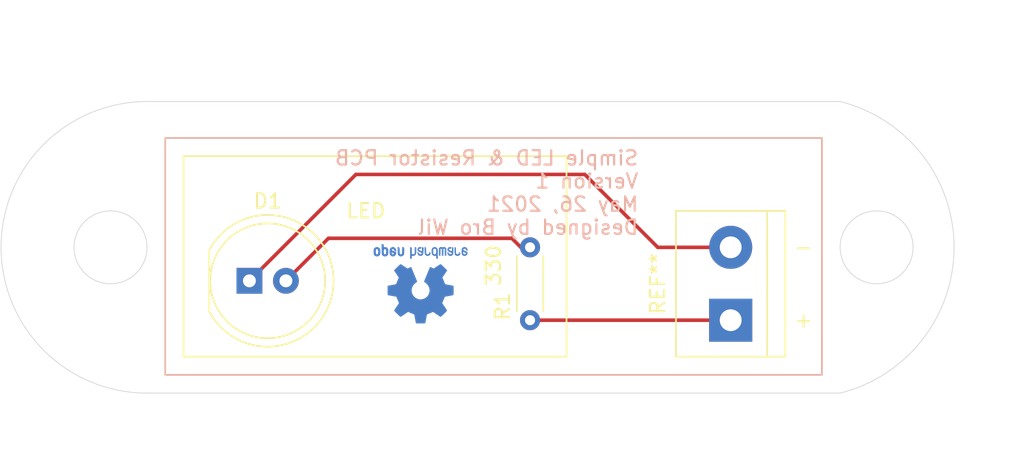
<source format=kicad_pcb>
(kicad_pcb (version 20171130) (host pcbnew "(5.1.10)-1")

  (general
    (thickness 1.6)
    (drawings 22)
    (tracks 9)
    (zones 0)
    (modules 4)
    (nets 4)
  )

  (page A4)
  (title_block
    (title "A very simple PCB")
    (date 2021-05-21)
    (rev v3)
    (company "Satmel Tech")
    (comment 1 "Design by Wil")
  )

  (layers
    (0 F.Cu signal)
    (31 B.Cu signal hide)
    (32 B.Adhes user)
    (33 F.Adhes user)
    (34 B.Paste user)
    (35 F.Paste user)
    (36 B.SilkS user)
    (37 F.SilkS user)
    (38 B.Mask user)
    (39 F.Mask user)
    (40 Dwgs.User user)
    (41 Cmts.User user)
    (42 Eco1.User user)
    (43 Eco2.User user)
    (44 Edge.Cuts user)
    (45 Margin user)
    (46 B.CrtYd user)
    (47 F.CrtYd user)
    (48 B.Fab user)
    (49 F.Fab user)
  )

  (setup
    (last_trace_width 0.35)
    (user_trace_width 0.35)
    (user_trace_width 0.4)
    (trace_clearance 0.2)
    (zone_clearance 0.508)
    (zone_45_only no)
    (trace_min 0.15)
    (via_size 0.8)
    (via_drill 0.4)
    (via_min_size 0.35)
    (via_min_drill 0.3)
    (user_via 0.35 0.3)
    (user_via 0.4 0.35)
    (uvia_size 0.3)
    (uvia_drill 0.1)
    (uvias_allowed no)
    (uvia_min_size 0.2)
    (uvia_min_drill 0.1)
    (edge_width 0.05)
    (segment_width 0.2)
    (pcb_text_width 0.3)
    (pcb_text_size 1.5 1.5)
    (mod_edge_width 0.12)
    (mod_text_size 1 1)
    (mod_text_width 0.15)
    (pad_size 2.5 2.5)
    (pad_drill 2.5)
    (pad_to_mask_clearance 0)
    (aux_axis_origin 0 0)
    (visible_elements 7FFEFFFF)
    (pcbplotparams
      (layerselection 0x010fc_ffffffff)
      (usegerberextensions false)
      (usegerberattributes true)
      (usegerberadvancedattributes true)
      (creategerberjobfile true)
      (excludeedgelayer true)
      (linewidth 0.100000)
      (plotframeref false)
      (viasonmask false)
      (mode 1)
      (useauxorigin false)
      (hpglpennumber 1)
      (hpglpenspeed 20)
      (hpglpendiameter 15.000000)
      (psnegative false)
      (psa4output false)
      (plotreference true)
      (plotvalue true)
      (plotinvisibletext false)
      (padsonsilk false)
      (subtractmaskfromsilk false)
      (outputformat 1)
      (mirror false)
      (drillshape 1)
      (scaleselection 1)
      (outputdirectory ""))
  )

  (net 0 "")
  (net 1 GND)
  (net 2 "Net-(D1-Pad2)")
  (net 3 +5V)

  (net_class Default "This is the default net class."
    (clearance 0.2)
    (trace_width 0.25)
    (via_dia 0.8)
    (via_drill 0.4)
    (uvia_dia 0.3)
    (uvia_drill 0.1)
    (add_net +5V)
    (add_net GND)
    (add_net "Net-(D1-Pad2)")
  )

  (net_class PWR ""
    (clearance 0.2)
    (trace_width 2)
    (via_dia 0.8)
    (via_drill 0.4)
    (uvia_dia 0.3)
    (uvia_drill 0.1)
  )

  (module Symbol:OSHW-Logo2_7.3x6mm_Copper (layer B.Cu) (tedit 0) (tstamp 60AD60A3)
    (at 128.27 104.14)
    (descr "Open Source Hardware Symbol")
    (tags "Logo Symbol OSHW")
    (attr virtual)
    (fp_text reference REF** (at 0 0) (layer B.SilkS) hide
      (effects (font (size 1 1) (thickness 0.15)) (justify mirror))
    )
    (fp_text value OSHW-Logo2_7.3x6mm_Copper (at 0.75 0) (layer B.Fab) hide
      (effects (font (size 1 1) (thickness 0.15)) (justify mirror))
    )
    (fp_poly (pts (xy -2.400256 -1.919918) (xy -2.344799 -1.947568) (xy -2.295852 -1.99848) (xy -2.282371 -2.017338)
      (xy -2.267686 -2.042015) (xy -2.258158 -2.068816) (xy -2.252707 -2.104587) (xy -2.250253 -2.156169)
      (xy -2.249714 -2.224267) (xy -2.252148 -2.317588) (xy -2.260606 -2.387657) (xy -2.276826 -2.439931)
      (xy -2.302546 -2.479869) (xy -2.339503 -2.512929) (xy -2.342218 -2.514886) (xy -2.37864 -2.534908)
      (xy -2.422498 -2.544815) (xy -2.478276 -2.547257) (xy -2.568952 -2.547257) (xy -2.56899 -2.635283)
      (xy -2.569834 -2.684308) (xy -2.574976 -2.713065) (xy -2.588413 -2.730311) (xy -2.614142 -2.744808)
      (xy -2.620321 -2.747769) (xy -2.649236 -2.761648) (xy -2.671624 -2.770414) (xy -2.688271 -2.771171)
      (xy -2.699964 -2.761023) (xy -2.70749 -2.737073) (xy -2.711634 -2.696426) (xy -2.713185 -2.636186)
      (xy -2.712929 -2.553455) (xy -2.711651 -2.445339) (xy -2.711252 -2.413) (xy -2.709815 -2.301524)
      (xy -2.708528 -2.228603) (xy -2.569029 -2.228603) (xy -2.568245 -2.290499) (xy -2.56476 -2.330997)
      (xy -2.556876 -2.357708) (xy -2.542895 -2.378244) (xy -2.533403 -2.38826) (xy -2.494596 -2.417567)
      (xy -2.460237 -2.419952) (xy -2.424784 -2.39575) (xy -2.423886 -2.394857) (xy -2.409461 -2.376153)
      (xy -2.400687 -2.350732) (xy -2.396261 -2.311584) (xy -2.394882 -2.251697) (xy -2.394857 -2.23843)
      (xy -2.398188 -2.155901) (xy -2.409031 -2.098691) (xy -2.42866 -2.063766) (xy -2.45835 -2.048094)
      (xy -2.475509 -2.046514) (xy -2.516234 -2.053926) (xy -2.544168 -2.07833) (xy -2.560983 -2.12298)
      (xy -2.56835 -2.19113) (xy -2.569029 -2.228603) (xy -2.708528 -2.228603) (xy -2.708292 -2.215245)
      (xy -2.706323 -2.150333) (xy -2.70355 -2.102958) (xy -2.699612 -2.06929) (xy -2.694151 -2.045498)
      (xy -2.686808 -2.027753) (xy -2.677223 -2.012224) (xy -2.673113 -2.006381) (xy -2.618595 -1.951185)
      (xy -2.549664 -1.91989) (xy -2.469928 -1.911165) (xy -2.400256 -1.919918)) (layer B.Cu) (width 0.01))
    (fp_poly (pts (xy -1.283907 -1.92778) (xy -1.237328 -1.954723) (xy -1.204943 -1.981466) (xy -1.181258 -2.009484)
      (xy -1.164941 -2.043748) (xy -1.154661 -2.089227) (xy -1.149086 -2.150892) (xy -1.146884 -2.233711)
      (xy -1.146629 -2.293246) (xy -1.146629 -2.512391) (xy -1.208314 -2.540044) (xy -1.27 -2.567697)
      (xy -1.277257 -2.32767) (xy -1.280256 -2.238028) (xy -1.283402 -2.172962) (xy -1.287299 -2.128026)
      (xy -1.292553 -2.09877) (xy -1.299769 -2.080748) (xy -1.30955 -2.069511) (xy -1.312688 -2.067079)
      (xy -1.360239 -2.048083) (xy -1.408303 -2.0556) (xy -1.436914 -2.075543) (xy -1.448553 -2.089675)
      (xy -1.456609 -2.10822) (xy -1.461729 -2.136334) (xy -1.464559 -2.179173) (xy -1.465744 -2.241895)
      (xy -1.465943 -2.307261) (xy -1.465982 -2.389268) (xy -1.467386 -2.447316) (xy -1.472086 -2.486465)
      (xy -1.482013 -2.51178) (xy -1.499097 -2.528323) (xy -1.525268 -2.541156) (xy -1.560225 -2.554491)
      (xy -1.598404 -2.569007) (xy -1.593859 -2.311389) (xy -1.592029 -2.218519) (xy -1.589888 -2.149889)
      (xy -1.586819 -2.100711) (xy -1.582206 -2.066198) (xy -1.575432 -2.041562) (xy -1.565881 -2.022016)
      (xy -1.554366 -2.00477) (xy -1.49881 -1.94968) (xy -1.43102 -1.917822) (xy -1.357287 -1.910191)
      (xy -1.283907 -1.92778)) (layer B.Cu) (width 0.01))
    (fp_poly (pts (xy -2.958885 -1.921962) (xy -2.890855 -1.957733) (xy -2.840649 -2.015301) (xy -2.822815 -2.052312)
      (xy -2.808937 -2.107882) (xy -2.801833 -2.178096) (xy -2.80116 -2.254727) (xy -2.806573 -2.329552)
      (xy -2.81773 -2.394342) (xy -2.834286 -2.440873) (xy -2.839374 -2.448887) (xy -2.899645 -2.508707)
      (xy -2.971231 -2.544535) (xy -3.048908 -2.55502) (xy -3.127452 -2.53881) (xy -3.149311 -2.529092)
      (xy -3.191878 -2.499143) (xy -3.229237 -2.459433) (xy -3.232768 -2.454397) (xy -3.247119 -2.430124)
      (xy -3.256606 -2.404178) (xy -3.26221 -2.370022) (xy -3.264914 -2.321119) (xy -3.265701 -2.250935)
      (xy -3.265714 -2.2352) (xy -3.265678 -2.230192) (xy -3.120571 -2.230192) (xy -3.119727 -2.29643)
      (xy -3.116404 -2.340386) (xy -3.109417 -2.368779) (xy -3.097584 -2.388325) (xy -3.091543 -2.394857)
      (xy -3.056814 -2.41968) (xy -3.023097 -2.418548) (xy -2.989005 -2.397016) (xy -2.968671 -2.374029)
      (xy -2.956629 -2.340478) (xy -2.949866 -2.287569) (xy -2.949402 -2.281399) (xy -2.948248 -2.185513)
      (xy -2.960312 -2.114299) (xy -2.98543 -2.068194) (xy -3.02344 -2.047635) (xy -3.037008 -2.046514)
      (xy -3.072636 -2.052152) (xy -3.097006 -2.071686) (xy -3.111907 -2.109042) (xy -3.119125 -2.16815)
      (xy -3.120571 -2.230192) (xy -3.265678 -2.230192) (xy -3.265174 -2.160413) (xy -3.262904 -2.108159)
      (xy -3.257932 -2.071949) (xy -3.249287 -2.045299) (xy -3.235995 -2.021722) (xy -3.233057 -2.017338)
      (xy -3.183687 -1.958249) (xy -3.129891 -1.923947) (xy -3.064398 -1.910331) (xy -3.042158 -1.909665)
      (xy -2.958885 -1.921962)) (layer B.Cu) (width 0.01))
    (fp_poly (pts (xy -1.831697 -1.931239) (xy -1.774473 -1.969735) (xy -1.730251 -2.025335) (xy -1.703833 -2.096086)
      (xy -1.69849 -2.148162) (xy -1.699097 -2.169893) (xy -1.704178 -2.186531) (xy -1.718145 -2.201437)
      (xy -1.745411 -2.217973) (xy -1.790388 -2.239498) (xy -1.857489 -2.269374) (xy -1.857829 -2.269524)
      (xy -1.919593 -2.297813) (xy -1.970241 -2.322933) (xy -2.004596 -2.342179) (xy -2.017482 -2.352848)
      (xy -2.017486 -2.352934) (xy -2.006128 -2.376166) (xy -1.979569 -2.401774) (xy -1.949077 -2.420221)
      (xy -1.93363 -2.423886) (xy -1.891485 -2.411212) (xy -1.855192 -2.379471) (xy -1.837483 -2.344572)
      (xy -1.820448 -2.318845) (xy -1.787078 -2.289546) (xy -1.747851 -2.264235) (xy -1.713244 -2.250471)
      (xy -1.706007 -2.249714) (xy -1.697861 -2.26216) (xy -1.69737 -2.293972) (xy -1.703357 -2.336866)
      (xy -1.714643 -2.382558) (xy -1.73005 -2.422761) (xy -1.730829 -2.424322) (xy -1.777196 -2.489062)
      (xy -1.837289 -2.533097) (xy -1.905535 -2.554711) (xy -1.976362 -2.552185) (xy -2.044196 -2.523804)
      (xy -2.047212 -2.521808) (xy -2.100573 -2.473448) (xy -2.13566 -2.410352) (xy -2.155078 -2.327387)
      (xy -2.157684 -2.304078) (xy -2.162299 -2.194055) (xy -2.156767 -2.142748) (xy -2.017486 -2.142748)
      (xy -2.015676 -2.174753) (xy -2.005778 -2.184093) (xy -1.981102 -2.177105) (xy -1.942205 -2.160587)
      (xy -1.898725 -2.139881) (xy -1.897644 -2.139333) (xy -1.860791 -2.119949) (xy -1.846 -2.107013)
      (xy -1.849647 -2.093451) (xy -1.865005 -2.075632) (xy -1.904077 -2.049845) (xy -1.946154 -2.04795)
      (xy -1.983897 -2.066717) (xy -2.009966 -2.102915) (xy -2.017486 -2.142748) (xy -2.156767 -2.142748)
      (xy -2.152806 -2.106027) (xy -2.12845 -2.036212) (xy -2.094544 -1.987302) (xy -2.033347 -1.937878)
      (xy -1.965937 -1.913359) (xy -1.89712 -1.911797) (xy -1.831697 -1.931239)) (layer B.Cu) (width 0.01))
    (fp_poly (pts (xy -0.624114 -1.851289) (xy -0.619861 -1.910613) (xy -0.614975 -1.945572) (xy -0.608205 -1.96082)
      (xy -0.598298 -1.961015) (xy -0.595086 -1.959195) (xy -0.552356 -1.946015) (xy -0.496773 -1.946785)
      (xy -0.440263 -1.960333) (xy -0.404918 -1.977861) (xy -0.368679 -2.005861) (xy -0.342187 -2.037549)
      (xy -0.324001 -2.077813) (xy -0.312678 -2.131543) (xy -0.306778 -2.203626) (xy -0.304857 -2.298951)
      (xy -0.304823 -2.317237) (xy -0.3048 -2.522646) (xy -0.350509 -2.53858) (xy -0.382973 -2.54942)
      (xy -0.400785 -2.554468) (xy -0.401309 -2.554514) (xy -0.403063 -2.540828) (xy -0.404556 -2.503076)
      (xy -0.405674 -2.446224) (xy -0.406303 -2.375234) (xy -0.4064 -2.332073) (xy -0.406602 -2.246973)
      (xy -0.407642 -2.185981) (xy -0.410169 -2.144177) (xy -0.414836 -2.116642) (xy -0.422293 -2.098456)
      (xy -0.433189 -2.084698) (xy -0.439993 -2.078073) (xy -0.486728 -2.051375) (xy -0.537728 -2.049375)
      (xy -0.583999 -2.071955) (xy -0.592556 -2.080107) (xy -0.605107 -2.095436) (xy -0.613812 -2.113618)
      (xy -0.619369 -2.139909) (xy -0.622474 -2.179562) (xy -0.623824 -2.237832) (xy -0.624114 -2.318173)
      (xy -0.624114 -2.522646) (xy -0.669823 -2.53858) (xy -0.702287 -2.54942) (xy -0.720099 -2.554468)
      (xy -0.720623 -2.554514) (xy -0.721963 -2.540623) (xy -0.723172 -2.501439) (xy -0.724199 -2.4407)
      (xy -0.724998 -2.362141) (xy -0.725519 -2.269498) (xy -0.725714 -2.166509) (xy -0.725714 -1.769342)
      (xy -0.678543 -1.749444) (xy -0.631371 -1.729547) (xy -0.624114 -1.851289)) (layer B.Cu) (width 0.01))
    (fp_poly (pts (xy 0.039744 -1.950968) (xy 0.096616 -1.972087) (xy 0.097267 -1.972493) (xy 0.13244 -1.99838)
      (xy 0.158407 -2.028633) (xy 0.17667 -2.068058) (xy 0.188732 -2.121462) (xy 0.196096 -2.193651)
      (xy 0.200264 -2.289432) (xy 0.200629 -2.303078) (xy 0.205876 -2.508842) (xy 0.161716 -2.531678)
      (xy 0.129763 -2.54711) (xy 0.11047 -2.554423) (xy 0.109578 -2.554514) (xy 0.106239 -2.541022)
      (xy 0.103587 -2.504626) (xy 0.101956 -2.451452) (xy 0.1016 -2.408393) (xy 0.101592 -2.338641)
      (xy 0.098403 -2.294837) (xy 0.087288 -2.273944) (xy 0.063501 -2.272925) (xy 0.022296 -2.288741)
      (xy -0.039914 -2.317815) (xy -0.085659 -2.341963) (xy -0.109187 -2.362913) (xy -0.116104 -2.385747)
      (xy -0.116114 -2.386877) (xy -0.104701 -2.426212) (xy -0.070908 -2.447462) (xy -0.019191 -2.450539)
      (xy 0.018061 -2.450006) (xy 0.037703 -2.460735) (xy 0.049952 -2.486505) (xy 0.057002 -2.519337)
      (xy 0.046842 -2.537966) (xy 0.043017 -2.540632) (xy 0.007001 -2.55134) (xy -0.043434 -2.552856)
      (xy -0.095374 -2.545759) (xy -0.132178 -2.532788) (xy -0.183062 -2.489585) (xy -0.211986 -2.429446)
      (xy -0.217714 -2.382462) (xy -0.213343 -2.340082) (xy -0.197525 -2.305488) (xy -0.166203 -2.274763)
      (xy -0.115322 -2.24399) (xy -0.040824 -2.209252) (xy -0.036286 -2.207288) (xy 0.030821 -2.176287)
      (xy 0.072232 -2.150862) (xy 0.089981 -2.128014) (xy 0.086107 -2.104745) (xy 0.062643 -2.078056)
      (xy 0.055627 -2.071914) (xy 0.00863 -2.0481) (xy -0.040067 -2.049103) (xy -0.082478 -2.072451)
      (xy -0.110616 -2.115675) (xy -0.113231 -2.12416) (xy -0.138692 -2.165308) (xy -0.170999 -2.185128)
      (xy -0.217714 -2.20477) (xy -0.217714 -2.15395) (xy -0.203504 -2.080082) (xy -0.161325 -2.012327)
      (xy -0.139376 -1.989661) (xy -0.089483 -1.960569) (xy -0.026033 -1.9474) (xy 0.039744 -1.950968)) (layer B.Cu) (width 0.01))
    (fp_poly (pts (xy 0.529926 -1.949755) (xy 0.595858 -1.974084) (xy 0.649273 -2.017117) (xy 0.670164 -2.047409)
      (xy 0.692939 -2.102994) (xy 0.692466 -2.143186) (xy 0.668562 -2.170217) (xy 0.659717 -2.174813)
      (xy 0.62153 -2.189144) (xy 0.602028 -2.185472) (xy 0.595422 -2.161407) (xy 0.595086 -2.148114)
      (xy 0.582992 -2.09921) (xy 0.551471 -2.064999) (xy 0.507659 -2.048476) (xy 0.458695 -2.052634)
      (xy 0.418894 -2.074227) (xy 0.40545 -2.086544) (xy 0.395921 -2.101487) (xy 0.389485 -2.124075)
      (xy 0.385317 -2.159328) (xy 0.382597 -2.212266) (xy 0.380502 -2.287907) (xy 0.37996 -2.311857)
      (xy 0.377981 -2.39379) (xy 0.375731 -2.451455) (xy 0.372357 -2.489608) (xy 0.367006 -2.513004)
      (xy 0.358824 -2.526398) (xy 0.346959 -2.534545) (xy 0.339362 -2.538144) (xy 0.307102 -2.550452)
      (xy 0.288111 -2.554514) (xy 0.281836 -2.540948) (xy 0.278006 -2.499934) (xy 0.2766 -2.430999)
      (xy 0.277598 -2.333669) (xy 0.277908 -2.318657) (xy 0.280101 -2.229859) (xy 0.282693 -2.165019)
      (xy 0.286382 -2.119067) (xy 0.291864 -2.086935) (xy 0.299835 -2.063553) (xy 0.310993 -2.043852)
      (xy 0.31683 -2.03541) (xy 0.350296 -1.998057) (xy 0.387727 -1.969003) (xy 0.392309 -1.966467)
      (xy 0.459426 -1.946443) (xy 0.529926 -1.949755)) (layer B.Cu) (width 0.01))
    (fp_poly (pts (xy 1.190117 -2.065358) (xy 1.189933 -2.173837) (xy 1.189219 -2.257287) (xy 1.187675 -2.319704)
      (xy 1.185001 -2.365085) (xy 1.180894 -2.397429) (xy 1.175055 -2.420733) (xy 1.167182 -2.438995)
      (xy 1.161221 -2.449418) (xy 1.111855 -2.505945) (xy 1.049264 -2.541377) (xy 0.980013 -2.55409)
      (xy 0.910668 -2.542463) (xy 0.869375 -2.521568) (xy 0.826025 -2.485422) (xy 0.796481 -2.441276)
      (xy 0.778655 -2.383462) (xy 0.770463 -2.306313) (xy 0.769302 -2.249714) (xy 0.769458 -2.245647)
      (xy 0.870857 -2.245647) (xy 0.871476 -2.31055) (xy 0.874314 -2.353514) (xy 0.88084 -2.381622)
      (xy 0.892523 -2.401953) (xy 0.906483 -2.417288) (xy 0.953365 -2.44689) (xy 1.003701 -2.449419)
      (xy 1.051276 -2.424705) (xy 1.054979 -2.421356) (xy 1.070783 -2.403935) (xy 1.080693 -2.383209)
      (xy 1.086058 -2.352362) (xy 1.088228 -2.304577) (xy 1.088571 -2.251748) (xy 1.087827 -2.185381)
      (xy 1.084748 -2.141106) (xy 1.078061 -2.112009) (xy 1.066496 -2.091173) (xy 1.057013 -2.080107)
      (xy 1.01296 -2.052198) (xy 0.962224 -2.048843) (xy 0.913796 -2.070159) (xy 0.90445 -2.078073)
      (xy 0.88854 -2.095647) (xy 0.87861 -2.116587) (xy 0.873278 -2.147782) (xy 0.871163 -2.196122)
      (xy 0.870857 -2.245647) (xy 0.769458 -2.245647) (xy 0.77281 -2.158568) (xy 0.784726 -2.090086)
      (xy 0.807135 -2.0386) (xy 0.842124 -1.998443) (xy 0.869375 -1.977861) (xy 0.918907 -1.955625)
      (xy 0.976316 -1.945304) (xy 1.029682 -1.948067) (xy 1.059543 -1.959212) (xy 1.071261 -1.962383)
      (xy 1.079037 -1.950557) (xy 1.084465 -1.918866) (xy 1.088571 -1.870593) (xy 1.093067 -1.816829)
      (xy 1.099313 -1.784482) (xy 1.110676 -1.765985) (xy 1.130528 -1.75377) (xy 1.143 -1.748362)
      (xy 1.190171 -1.728601) (xy 1.190117 -2.065358)) (layer B.Cu) (width 0.01))
    (fp_poly (pts (xy 1.779833 -1.958663) (xy 1.782048 -1.99685) (xy 1.783784 -2.054886) (xy 1.784899 -2.12818)
      (xy 1.785257 -2.205055) (xy 1.785257 -2.465196) (xy 1.739326 -2.511127) (xy 1.707675 -2.539429)
      (xy 1.67989 -2.550893) (xy 1.641915 -2.550168) (xy 1.62684 -2.548321) (xy 1.579726 -2.542948)
      (xy 1.540756 -2.539869) (xy 1.531257 -2.539585) (xy 1.499233 -2.541445) (xy 1.453432 -2.546114)
      (xy 1.435674 -2.548321) (xy 1.392057 -2.551735) (xy 1.362745 -2.54432) (xy 1.33368 -2.521427)
      (xy 1.323188 -2.511127) (xy 1.277257 -2.465196) (xy 1.277257 -1.978602) (xy 1.314226 -1.961758)
      (xy 1.346059 -1.949282) (xy 1.364683 -1.944914) (xy 1.369458 -1.958718) (xy 1.373921 -1.997286)
      (xy 1.377775 -2.056356) (xy 1.380722 -2.131663) (xy 1.382143 -2.195286) (xy 1.386114 -2.445657)
      (xy 1.420759 -2.450556) (xy 1.452268 -2.447131) (xy 1.467708 -2.436041) (xy 1.472023 -2.415308)
      (xy 1.475708 -2.371145) (xy 1.478469 -2.309146) (xy 1.480012 -2.234909) (xy 1.480235 -2.196706)
      (xy 1.480457 -1.976783) (xy 1.526166 -1.960849) (xy 1.558518 -1.950015) (xy 1.576115 -1.944962)
      (xy 1.576623 -1.944914) (xy 1.578388 -1.958648) (xy 1.580329 -1.99673) (xy 1.582282 -2.054482)
      (xy 1.584084 -2.127227) (xy 1.585343 -2.195286) (xy 1.589314 -2.445657) (xy 1.6764 -2.445657)
      (xy 1.680396 -2.21724) (xy 1.684392 -1.988822) (xy 1.726847 -1.966868) (xy 1.758192 -1.951793)
      (xy 1.776744 -1.944951) (xy 1.777279 -1.944914) (xy 1.779833 -1.958663)) (layer B.Cu) (width 0.01))
    (fp_poly (pts (xy 2.144876 -1.956335) (xy 2.186667 -1.975344) (xy 2.219469 -1.998378) (xy 2.243503 -2.024133)
      (xy 2.260097 -2.057358) (xy 2.270577 -2.1028) (xy 2.276271 -2.165207) (xy 2.278507 -2.249327)
      (xy 2.278743 -2.304721) (xy 2.278743 -2.520826) (xy 2.241774 -2.53767) (xy 2.212656 -2.549981)
      (xy 2.198231 -2.554514) (xy 2.195472 -2.541025) (xy 2.193282 -2.504653) (xy 2.191942 -2.451542)
      (xy 2.191657 -2.409372) (xy 2.190434 -2.348447) (xy 2.187136 -2.300115) (xy 2.182321 -2.270518)
      (xy 2.178496 -2.264229) (xy 2.152783 -2.270652) (xy 2.112418 -2.287125) (xy 2.065679 -2.309458)
      (xy 2.020845 -2.333457) (xy 1.986193 -2.35493) (xy 1.970002 -2.369685) (xy 1.969938 -2.369845)
      (xy 1.97133 -2.397152) (xy 1.983818 -2.423219) (xy 2.005743 -2.444392) (xy 2.037743 -2.451474)
      (xy 2.065092 -2.450649) (xy 2.103826 -2.450042) (xy 2.124158 -2.459116) (xy 2.136369 -2.483092)
      (xy 2.137909 -2.487613) (xy 2.143203 -2.521806) (xy 2.129047 -2.542568) (xy 2.092148 -2.552462)
      (xy 2.052289 -2.554292) (xy 1.980562 -2.540727) (xy 1.943432 -2.521355) (xy 1.897576 -2.475845)
      (xy 1.873256 -2.419983) (xy 1.871073 -2.360957) (xy 1.891629 -2.305953) (xy 1.922549 -2.271486)
      (xy 1.95342 -2.252189) (xy 2.001942 -2.227759) (xy 2.058485 -2.202985) (xy 2.06791 -2.199199)
      (xy 2.130019 -2.171791) (xy 2.165822 -2.147634) (xy 2.177337 -2.123619) (xy 2.16658 -2.096635)
      (xy 2.148114 -2.075543) (xy 2.104469 -2.049572) (xy 2.056446 -2.047624) (xy 2.012406 -2.067637)
      (xy 1.980709 -2.107551) (xy 1.976549 -2.117848) (xy 1.952327 -2.155724) (xy 1.916965 -2.183842)
      (xy 1.872343 -2.206917) (xy 1.872343 -2.141485) (xy 1.874969 -2.101506) (xy 1.88623 -2.069997)
      (xy 1.911199 -2.036378) (xy 1.935169 -2.010484) (xy 1.972441 -1.973817) (xy 2.001401 -1.954121)
      (xy 2.032505 -1.94622) (xy 2.067713 -1.944914) (xy 2.144876 -1.956335)) (layer B.Cu) (width 0.01))
    (fp_poly (pts (xy 2.6526 -1.958752) (xy 2.669948 -1.966334) (xy 2.711356 -1.999128) (xy 2.746765 -2.046547)
      (xy 2.768664 -2.097151) (xy 2.772229 -2.122098) (xy 2.760279 -2.156927) (xy 2.734067 -2.175357)
      (xy 2.705964 -2.186516) (xy 2.693095 -2.188572) (xy 2.686829 -2.173649) (xy 2.674456 -2.141175)
      (xy 2.669028 -2.126502) (xy 2.63859 -2.075744) (xy 2.59452 -2.050427) (xy 2.53801 -2.051206)
      (xy 2.533825 -2.052203) (xy 2.503655 -2.066507) (xy 2.481476 -2.094393) (xy 2.466327 -2.139287)
      (xy 2.45725 -2.204615) (xy 2.453286 -2.293804) (xy 2.452914 -2.341261) (xy 2.45273 -2.416071)
      (xy 2.451522 -2.467069) (xy 2.448309 -2.499471) (xy 2.442109 -2.518495) (xy 2.43194 -2.529356)
      (xy 2.416819 -2.537272) (xy 2.415946 -2.53767) (xy 2.386828 -2.549981) (xy 2.372403 -2.554514)
      (xy 2.370186 -2.540809) (xy 2.368289 -2.502925) (xy 2.366847 -2.445715) (xy 2.365998 -2.374027)
      (xy 2.365829 -2.321565) (xy 2.366692 -2.220047) (xy 2.37007 -2.143032) (xy 2.377142 -2.086023)
      (xy 2.389088 -2.044526) (xy 2.40709 -2.014043) (xy 2.432327 -1.99008) (xy 2.457247 -1.973355)
      (xy 2.517171 -1.951097) (xy 2.586911 -1.946076) (xy 2.6526 -1.958752)) (layer B.Cu) (width 0.01))
    (fp_poly (pts (xy 3.153595 -1.966966) (xy 3.211021 -2.004497) (xy 3.238719 -2.038096) (xy 3.260662 -2.099064)
      (xy 3.262405 -2.147308) (xy 3.258457 -2.211816) (xy 3.109686 -2.276934) (xy 3.037349 -2.310202)
      (xy 2.990084 -2.336964) (xy 2.965507 -2.360144) (xy 2.961237 -2.382667) (xy 2.974889 -2.407455)
      (xy 2.989943 -2.423886) (xy 3.033746 -2.450235) (xy 3.081389 -2.452081) (xy 3.125145 -2.431546)
      (xy 3.157289 -2.390752) (xy 3.163038 -2.376347) (xy 3.190576 -2.331356) (xy 3.222258 -2.312182)
      (xy 3.265714 -2.295779) (xy 3.265714 -2.357966) (xy 3.261872 -2.400283) (xy 3.246823 -2.435969)
      (xy 3.21528 -2.476943) (xy 3.210592 -2.482267) (xy 3.175506 -2.51872) (xy 3.145347 -2.538283)
      (xy 3.107615 -2.547283) (xy 3.076335 -2.55023) (xy 3.020385 -2.550965) (xy 2.980555 -2.54166)
      (xy 2.955708 -2.527846) (xy 2.916656 -2.497467) (xy 2.889625 -2.464613) (xy 2.872517 -2.423294)
      (xy 2.863238 -2.367521) (xy 2.859693 -2.291305) (xy 2.85941 -2.252622) (xy 2.860372 -2.206247)
      (xy 2.948007 -2.206247) (xy 2.949023 -2.231126) (xy 2.951556 -2.2352) (xy 2.968274 -2.229665)
      (xy 3.004249 -2.215017) (xy 3.052331 -2.19419) (xy 3.062386 -2.189714) (xy 3.123152 -2.158814)
      (xy 3.156632 -2.131657) (xy 3.16399 -2.10622) (xy 3.146391 -2.080481) (xy 3.131856 -2.069109)
      (xy 3.07941 -2.046364) (xy 3.030322 -2.050122) (xy 2.989227 -2.077884) (xy 2.960758 -2.127152)
      (xy 2.951631 -2.166257) (xy 2.948007 -2.206247) (xy 2.860372 -2.206247) (xy 2.861285 -2.162249)
      (xy 2.868196 -2.095384) (xy 2.881884 -2.046695) (xy 2.904096 -2.010849) (xy 2.936574 -1.982513)
      (xy 2.950733 -1.973355) (xy 3.015053 -1.949507) (xy 3.085473 -1.948006) (xy 3.153595 -1.966966)) (layer B.Cu) (width 0.01))
    (fp_poly (pts (xy 0.10391 2.757652) (xy 0.182454 2.757222) (xy 0.239298 2.756058) (xy 0.278105 2.753793)
      (xy 0.302538 2.75006) (xy 0.316262 2.744494) (xy 0.32294 2.736727) (xy 0.326236 2.726395)
      (xy 0.326556 2.725057) (xy 0.331562 2.700921) (xy 0.340829 2.653299) (xy 0.353392 2.587259)
      (xy 0.368287 2.507872) (xy 0.384551 2.420204) (xy 0.385119 2.417125) (xy 0.40141 2.331211)
      (xy 0.416652 2.255304) (xy 0.429861 2.193955) (xy 0.440054 2.151718) (xy 0.446248 2.133145)
      (xy 0.446543 2.132816) (xy 0.464788 2.123747) (xy 0.502405 2.108633) (xy 0.551271 2.090738)
      (xy 0.551543 2.090642) (xy 0.613093 2.067507) (xy 0.685657 2.038035) (xy 0.754057 2.008403)
      (xy 0.757294 2.006938) (xy 0.868702 1.956374) (xy 1.115399 2.12484) (xy 1.191077 2.176197)
      (xy 1.259631 2.222111) (xy 1.317088 2.25997) (xy 1.359476 2.287163) (xy 1.382825 2.301079)
      (xy 1.385042 2.302111) (xy 1.40201 2.297516) (xy 1.433701 2.275345) (xy 1.481352 2.234553)
      (xy 1.546198 2.174095) (xy 1.612397 2.109773) (xy 1.676214 2.046388) (xy 1.733329 1.988549)
      (xy 1.780305 1.939825) (xy 1.813703 1.90379) (xy 1.830085 1.884016) (xy 1.830694 1.882998)
      (xy 1.832505 1.869428) (xy 1.825683 1.847267) (xy 1.80854 1.813522) (xy 1.779393 1.7652)
      (xy 1.736555 1.699308) (xy 1.679448 1.614483) (xy 1.628766 1.539823) (xy 1.583461 1.47286)
      (xy 1.54615 1.417484) (xy 1.519452 1.37758) (xy 1.505985 1.357038) (xy 1.505137 1.355644)
      (xy 1.506781 1.335962) (xy 1.519245 1.297707) (xy 1.540048 1.248111) (xy 1.547462 1.232272)
      (xy 1.579814 1.16171) (xy 1.614328 1.081647) (xy 1.642365 1.012371) (xy 1.662568 0.960955)
      (xy 1.678615 0.921881) (xy 1.687888 0.901459) (xy 1.689041 0.899886) (xy 1.706096 0.897279)
      (xy 1.746298 0.890137) (xy 1.804302 0.879477) (xy 1.874763 0.866315) (xy 1.952335 0.851667)
      (xy 2.031672 0.836551) (xy 2.107431 0.821982) (xy 2.174264 0.808978) (xy 2.226828 0.798555)
      (xy 2.259776 0.79173) (xy 2.267857 0.789801) (xy 2.276205 0.785038) (xy 2.282506 0.774282)
      (xy 2.287045 0.753902) (xy 2.290104 0.720266) (xy 2.291967 0.669745) (xy 2.292918 0.598708)
      (xy 2.29324 0.503524) (xy 2.293257 0.464508) (xy 2.293257 0.147201) (xy 2.217057 0.132161)
      (xy 2.174663 0.124005) (xy 2.1114 0.112101) (xy 2.034962 0.097884) (xy 1.953043 0.08279)
      (xy 1.9304 0.078645) (xy 1.854806 0.063947) (xy 1.788953 0.049495) (xy 1.738366 0.036625)
      (xy 1.708574 0.026678) (xy 1.703612 0.023713) (xy 1.691426 0.002717) (xy 1.673953 -0.037967)
      (xy 1.654577 -0.090322) (xy 1.650734 -0.1016) (xy 1.625339 -0.171523) (xy 1.593817 -0.250418)
      (xy 1.562969 -0.321266) (xy 1.562817 -0.321595) (xy 1.511447 -0.432733) (xy 1.680399 -0.681253)
      (xy 1.849352 -0.929772) (xy 1.632429 -1.147058) (xy 1.566819 -1.211726) (xy 1.506979 -1.268733)
      (xy 1.456267 -1.315033) (xy 1.418046 -1.347584) (xy 1.395675 -1.363343) (xy 1.392466 -1.364343)
      (xy 1.373626 -1.356469) (xy 1.33518 -1.334578) (xy 1.28133 -1.301267) (xy 1.216276 -1.259131)
      (xy 1.14594 -1.211943) (xy 1.074555 -1.16381) (xy 1.010908 -1.121928) (xy 0.959041 -1.088871)
      (xy 0.922995 -1.067218) (xy 0.906867 -1.059543) (xy 0.887189 -1.066037) (xy 0.849875 -1.08315)
      (xy 0.802621 -1.107326) (xy 0.797612 -1.110013) (xy 0.733977 -1.141927) (xy 0.690341 -1.157579)
      (xy 0.663202 -1.157745) (xy 0.649057 -1.143204) (xy 0.648975 -1.143) (xy 0.641905 -1.125779)
      (xy 0.625042 -1.084899) (xy 0.599695 -1.023525) (xy 0.567171 -0.944819) (xy 0.528778 -0.851947)
      (xy 0.485822 -0.748072) (xy 0.444222 -0.647502) (xy 0.398504 -0.536516) (xy 0.356526 -0.433703)
      (xy 0.319548 -0.342215) (xy 0.288827 -0.265201) (xy 0.265622 -0.205815) (xy 0.25119 -0.167209)
      (xy 0.246743 -0.1528) (xy 0.257896 -0.136272) (xy 0.287069 -0.10993) (xy 0.325971 -0.080887)
      (xy 0.436757 0.010961) (xy 0.523351 0.116241) (xy 0.584716 0.232734) (xy 0.619815 0.358224)
      (xy 0.627608 0.490493) (xy 0.621943 0.551543) (xy 0.591078 0.678205) (xy 0.53792 0.790059)
      (xy 0.465767 0.885999) (xy 0.377917 0.964924) (xy 0.277665 1.02573) (xy 0.16831 1.067313)
      (xy 0.053147 1.088572) (xy -0.064525 1.088401) (xy -0.18141 1.065699) (xy -0.294211 1.019362)
      (xy -0.399631 0.948287) (xy -0.443632 0.908089) (xy -0.528021 0.804871) (xy -0.586778 0.692075)
      (xy -0.620296 0.57299) (xy -0.628965 0.450905) (xy -0.613177 0.329107) (xy -0.573322 0.210884)
      (xy -0.509793 0.099525) (xy -0.422979 -0.001684) (xy -0.325971 -0.080887) (xy -0.285563 -0.111162)
      (xy -0.257018 -0.137219) (xy -0.246743 -0.152825) (xy -0.252123 -0.169843) (xy -0.267425 -0.2105)
      (xy -0.291388 -0.271642) (xy -0.322756 -0.350119) (xy -0.360268 -0.44278) (xy -0.402667 -0.546472)
      (xy -0.444337 -0.647526) (xy -0.49031 -0.758607) (xy -0.532893 -0.861541) (xy -0.570779 -0.953165)
      (xy -0.60266 -1.030316) (xy -0.627229 -1.089831) (xy -0.64318 -1.128544) (xy -0.64909 -1.143)
      (xy -0.663052 -1.157685) (xy -0.69006 -1.157642) (xy -0.733587 -1.142099) (xy -0.79711 -1.110284)
      (xy -0.797612 -1.110013) (xy -0.84544 -1.085323) (xy -0.884103 -1.067338) (xy -0.905905 -1.059614)
      (xy -0.906867 -1.059543) (xy -0.923279 -1.067378) (xy -0.959513 -1.089165) (xy -1.011526 -1.122328)
      (xy -1.075275 -1.164291) (xy -1.14594 -1.211943) (xy -1.217884 -1.260191) (xy -1.282726 -1.302151)
      (xy -1.336265 -1.335227) (xy -1.374303 -1.356821) (xy -1.392467 -1.364343) (xy -1.409192 -1.354457)
      (xy -1.44282 -1.326826) (xy -1.48999 -1.284495) (xy -1.547342 -1.230505) (xy -1.611516 -1.167899)
      (xy -1.632503 -1.146983) (xy -1.849501 -0.929623) (xy -1.684332 -0.68722) (xy -1.634136 -0.612781)
      (xy -1.590081 -0.545972) (xy -1.554638 -0.490665) (xy -1.530281 -0.450729) (xy -1.519478 -0.430036)
      (xy -1.519162 -0.428563) (xy -1.524857 -0.409058) (xy -1.540174 -0.369822) (xy -1.562463 -0.31743)
      (xy -1.578107 -0.282355) (xy -1.607359 -0.215201) (xy -1.634906 -0.147358) (xy -1.656263 -0.090034)
      (xy -1.662065 -0.072572) (xy -1.678548 -0.025938) (xy -1.69466 0.010095) (xy -1.70351 0.023713)
      (xy -1.72304 0.032048) (xy -1.765666 0.043863) (xy -1.825855 0.057819) (xy -1.898078 0.072578)
      (xy -1.9304 0.078645) (xy -2.012478 0.093727) (xy -2.091205 0.108331) (xy -2.158891 0.12102)
      (xy -2.20784 0.130358) (xy -2.217057 0.132161) (xy -2.293257 0.147201) (xy -2.293257 0.464508)
      (xy -2.293086 0.568846) (xy -2.292384 0.647787) (xy -2.290866 0.704962) (xy -2.288251 0.744001)
      (xy -2.284254 0.768535) (xy -2.278591 0.782195) (xy -2.27098 0.788611) (xy -2.267857 0.789801)
      (xy -2.249022 0.79402) (xy -2.207412 0.802438) (xy -2.14837 0.814039) (xy -2.077243 0.827805)
      (xy -1.999375 0.84272) (xy -1.920113 0.857768) (xy -1.844802 0.871931) (xy -1.778787 0.884194)
      (xy -1.727413 0.893539) (xy -1.696025 0.89895) (xy -1.689041 0.899886) (xy -1.682715 0.912404)
      (xy -1.66871 0.945754) (xy -1.649645 0.993623) (xy -1.642366 1.012371) (xy -1.613004 1.084805)
      (xy -1.578429 1.16483) (xy -1.547463 1.232272) (xy -1.524677 1.283841) (xy -1.509518 1.326215)
      (xy -1.504458 1.352166) (xy -1.505264 1.355644) (xy -1.515959 1.372064) (xy -1.54038 1.408583)
      (xy -1.575905 1.461313) (xy -1.619913 1.526365) (xy -1.669783 1.599849) (xy -1.679644 1.614355)
      (xy -1.737508 1.700296) (xy -1.780044 1.765739) (xy -1.808946 1.813696) (xy -1.82591 1.84718)
      (xy -1.832633 1.869205) (xy -1.83081 1.882783) (xy -1.830764 1.882869) (xy -1.816414 1.900703)
      (xy -1.784677 1.935183) (xy -1.73899 1.982732) (xy -1.682796 2.039778) (xy -1.619532 2.102745)
      (xy -1.612398 2.109773) (xy -1.53267 2.18698) (xy -1.471143 2.24367) (xy -1.426579 2.28089)
      (xy -1.397743 2.299685) (xy -1.385042 2.302111) (xy -1.366506 2.291529) (xy -1.328039 2.267084)
      (xy -1.273614 2.231388) (xy -1.207202 2.187053) (xy -1.132775 2.136689) (xy -1.115399 2.12484)
      (xy -0.868703 1.956374) (xy -0.757294 2.006938) (xy -0.689543 2.036405) (xy -0.616817 2.066041)
      (xy -0.554297 2.08967) (xy -0.551543 2.090642) (xy -0.50264 2.108543) (xy -0.464943 2.12368)
      (xy -0.446575 2.13279) (xy -0.446544 2.132816) (xy -0.440715 2.149283) (xy -0.430808 2.189781)
      (xy -0.417805 2.249758) (xy -0.402691 2.32466) (xy -0.386448 2.409936) (xy -0.385119 2.417125)
      (xy -0.368825 2.504986) (xy -0.353867 2.58474) (xy -0.341209 2.651319) (xy -0.331814 2.699653)
      (xy -0.326646 2.724675) (xy -0.326556 2.725057) (xy -0.323411 2.735701) (xy -0.317296 2.743738)
      (xy -0.304547 2.749533) (xy -0.2815 2.753453) (xy -0.244491 2.755865) (xy -0.189856 2.757135)
      (xy -0.113933 2.757629) (xy -0.013056 2.757714) (xy 0 2.757714) (xy 0.10391 2.757652)) (layer B.Cu) (width 0.01))
  )

  (module TerminalBlock:TerminalBlock_bornier-2_P5.08mm (layer F.Cu) (tedit 59FF03AB) (tstamp 60AD6123)
    (at 149.86 106.68 90)
    (descr "simple 2-pin terminal block, pitch 5.08mm, revamped version of bornier2")
    (tags "terminal block bornier2")
    (fp_text reference REF** (at 2.54 -5.08 90) (layer F.SilkS)
      (effects (font (size 1 1) (thickness 0.15)))
    )
    (fp_text value TerminalBlock_bornier-2_P5.08mm (at 2.54 5.08 90) (layer F.Fab)
      (effects (font (size 1 1) (thickness 0.15)))
    )
    (fp_line (start -2.41 2.55) (end 7.49 2.55) (layer F.Fab) (width 0.1))
    (fp_line (start -2.46 -3.75) (end -2.46 3.75) (layer F.Fab) (width 0.1))
    (fp_line (start -2.46 3.75) (end 7.54 3.75) (layer F.Fab) (width 0.1))
    (fp_line (start 7.54 3.75) (end 7.54 -3.75) (layer F.Fab) (width 0.1))
    (fp_line (start 7.54 -3.75) (end -2.46 -3.75) (layer F.Fab) (width 0.1))
    (fp_line (start 7.62 2.54) (end -2.54 2.54) (layer F.SilkS) (width 0.12))
    (fp_line (start 7.62 3.81) (end 7.62 -3.81) (layer F.SilkS) (width 0.12))
    (fp_line (start 7.62 -3.81) (end -2.54 -3.81) (layer F.SilkS) (width 0.12))
    (fp_line (start -2.54 -3.81) (end -2.54 3.81) (layer F.SilkS) (width 0.12))
    (fp_line (start -2.54 3.81) (end 7.62 3.81) (layer F.SilkS) (width 0.12))
    (fp_line (start -2.71 -4) (end 7.79 -4) (layer F.CrtYd) (width 0.05))
    (fp_line (start -2.71 -4) (end -2.71 4) (layer F.CrtYd) (width 0.05))
    (fp_line (start 7.79 4) (end 7.79 -4) (layer F.CrtYd) (width 0.05))
    (fp_line (start 7.79 4) (end -2.71 4) (layer F.CrtYd) (width 0.05))
    (fp_text user %R (at 2.54 0 90) (layer F.Fab)
      (effects (font (size 1 1) (thickness 0.15)))
    )
    (pad 2 thru_hole circle (at 5.08 0 90) (size 3 3) (drill 1.52) (layers *.Cu *.Mask))
    (pad 1 thru_hole rect (at 0 0 90) (size 3 3) (drill 1.52) (layers *.Cu *.Mask))
    (model ${KISYS3DMOD}/TerminalBlock.3dshapes/TerminalBlock_bornier-2_P5.08mm.wrl
      (offset (xyz 2.539999961853027 0 0))
      (scale (xyz 1 1 1))
      (rotate (xyz 0 0 0))
    )
  )

  (module Resistor_THT:R_Axial_DIN0204_L3.6mm_D1.6mm_P5.08mm_Horizontal (layer F.Cu) (tedit 5AE5139B) (tstamp 60A7524B)
    (at 135.89 106.68 90)
    (descr "Resistor, Axial_DIN0204 series, Axial, Horizontal, pin pitch=5.08mm, 0.167W, length*diameter=3.6*1.6mm^2, http://cdn-reichelt.de/documents/datenblatt/B400/1_4W%23YAG.pdf")
    (tags "Resistor Axial_DIN0204 series Axial Horizontal pin pitch 5.08mm 0.167W length 3.6mm diameter 1.6mm")
    (path /609B82DF)
    (fp_text reference R1 (at 0.95 -1.92 90) (layer F.SilkS)
      (effects (font (size 1 1) (thickness 0.15)))
    )
    (fp_text value R (at 0.95 1.92 90) (layer F.Fab)
      (effects (font (size 1 1) (thickness 0.15)))
    )
    (fp_line (start 0.74 -0.8) (end 0.74 0.8) (layer F.Fab) (width 0.1))
    (fp_line (start 0.74 0.8) (end 4.34 0.8) (layer F.Fab) (width 0.1))
    (fp_line (start 4.34 0.8) (end 4.34 -0.8) (layer F.Fab) (width 0.1))
    (fp_line (start 4.34 -0.8) (end 0.74 -0.8) (layer F.Fab) (width 0.1))
    (fp_line (start 0 0) (end 0.74 0) (layer F.Fab) (width 0.1))
    (fp_line (start 5.08 0) (end 4.34 0) (layer F.Fab) (width 0.1))
    (fp_line (start 0.62 -0.92) (end 4.46 -0.92) (layer F.SilkS) (width 0.12))
    (fp_line (start 0.62 0.92) (end 4.46 0.92) (layer F.SilkS) (width 0.12))
    (fp_line (start -0.95 -1.05) (end -0.95 1.05) (layer F.CrtYd) (width 0.05))
    (fp_line (start -0.95 1.05) (end 6.03 1.05) (layer F.CrtYd) (width 0.05))
    (fp_line (start 6.03 1.05) (end 6.03 -1.05) (layer F.CrtYd) (width 0.05))
    (fp_line (start 6.03 -1.05) (end -0.95 -1.05) (layer F.CrtYd) (width 0.05))
    (fp_text user %R (at 0.95 -1.92 90) (layer F.Fab)
      (effects (font (size 1 1) (thickness 0.15)))
    )
    (pad 2 thru_hole oval (at 5.08 0 90) (size 1.4 1.4) (drill 0.7) (layers *.Cu *.Mask)
      (net 2 "Net-(D1-Pad2)"))
    (pad 1 thru_hole circle (at 0 0 90) (size 1.4 1.4) (drill 0.7) (layers *.Cu *.Mask)
      (net 3 +5V))
    (model ${KISYS3DMOD}/Resistor_THT.3dshapes/R_Axial_DIN0204_L3.6mm_D1.6mm_P5.08mm_Horizontal.wrl
      (at (xyz 0 0 0))
      (scale (xyz 1 1 1))
      (rotate (xyz 0 0 0))
    )
  )

  (module LED_THT:LED_D8.0mm (layer F.Cu) (tedit 587A3A7B) (tstamp 60A7523D)
    (at 116.351001 103.935001)
    (descr "LED, diameter 8.0mm, 2 pins, http://cdn-reichelt.de/documents/datenblatt/A500/LED8MMGE_LED8MMGN_LED8MMRT%23KIN.pdf")
    (tags "LED diameter 8.0mm 2 pins")
    (path /60A5ECA1)
    (fp_text reference D1 (at 1.27 -5.56) (layer F.SilkS)
      (effects (font (size 1 1) (thickness 0.15)))
    )
    (fp_text value LED (at 1.27 5.56) (layer F.Fab)
      (effects (font (size 1 1) (thickness 0.15)))
    )
    (fp_circle (center 1.27 0) (end 5.27 0) (layer F.Fab) (width 0.1))
    (fp_circle (center 1.27 0) (end 5.27 0) (layer F.SilkS) (width 0.12))
    (fp_line (start -2.73 -2.061553) (end -2.73 2.061553) (layer F.Fab) (width 0.1))
    (fp_line (start -2.79 -2.142) (end -2.79 2.142) (layer F.SilkS) (width 0.12))
    (fp_line (start -3.55 -4.85) (end -3.55 4.85) (layer F.CrtYd) (width 0.05))
    (fp_line (start -3.55 4.85) (end 6.1 4.85) (layer F.CrtYd) (width 0.05))
    (fp_line (start 6.1 4.85) (end 6.1 -4.85) (layer F.CrtYd) (width 0.05))
    (fp_line (start 6.1 -4.85) (end -3.55 -4.85) (layer F.CrtYd) (width 0.05))
    (fp_arc (start 1.27 0) (end -2.73 -2.061553) (angle 305.5) (layer F.Fab) (width 0.1))
    (fp_arc (start 1.27 0) (end -2.79 -2.141145) (angle 152.2) (layer F.SilkS) (width 0.12))
    (fp_arc (start 1.27 0) (end -2.79 2.141145) (angle -152.2) (layer F.SilkS) (width 0.12))
    (pad 1 thru_hole rect (at 0 0) (size 1.8 1.8) (drill 0.9) (layers *.Cu *.Mask)
      (net 1 GND))
    (pad 2 thru_hole circle (at 2.54 0) (size 1.8 1.8) (drill 0.9) (layers *.Cu *.Mask)
      (net 2 "Net-(D1-Pad2)"))
    (model ${KISYS3DMOD}/LED_THT.3dshapes/LED_D8.0mm.wrl
      (at (xyz 0 0 0))
      (scale (xyz 1 1 1))
      (rotate (xyz 0 0 0))
    )
  )

  (dimension 67.31 (width 0.15) (layer Dwgs.User)
    (gr_text "67.310 mm" (at 132.715 85.06) (layer Dwgs.User)
      (effects (font (size 1 1) (thickness 0.15)))
    )
    (feature1 (pts (xy 166.37 101.6) (xy 166.37 85.773579)))
    (feature2 (pts (xy 99.06 101.6) (xy 99.06 85.773579)))
    (crossbar (pts (xy 99.06 86.36) (xy 166.37 86.36)))
    (arrow1a (pts (xy 166.37 86.36) (xy 165.243496 86.946421)))
    (arrow1b (pts (xy 166.37 86.36) (xy 165.243496 85.773579)))
    (arrow2a (pts (xy 99.06 86.36) (xy 100.186504 86.946421)))
    (arrow2b (pts (xy 99.06 86.36) (xy 100.186504 85.773579)))
  )
  (dimension 20.32 (width 0.15) (layer Dwgs.User)
    (gr_text "20.320 mm" (at 168.94 101.6 270) (layer Dwgs.User)
      (effects (font (size 1 1) (thickness 0.15)))
    )
    (feature1 (pts (xy 153.67 111.76) (xy 168.226421 111.76)))
    (feature2 (pts (xy 153.67 91.44) (xy 168.226421 91.44)))
    (crossbar (pts (xy 167.64 91.44) (xy 167.64 111.76)))
    (arrow1a (pts (xy 167.64 111.76) (xy 167.053579 110.633496)))
    (arrow1b (pts (xy 167.64 111.76) (xy 168.226421 110.633496)))
    (arrow2a (pts (xy 167.64 91.44) (xy 167.053579 92.566504)))
    (arrow2b (pts (xy 167.64 91.44) (xy 168.226421 92.566504)))
  )
  (dimension 53.34 (width 0.15) (layer Dwgs.User)
    (gr_text "53.340 mm" (at 133.35 87.6) (layer Dwgs.User)
      (effects (font (size 1 1) (thickness 0.15)))
    )
    (feature1 (pts (xy 160.02 101.6) (xy 160.02 88.313579)))
    (feature2 (pts (xy 106.68 101.6) (xy 106.68 88.313579)))
    (crossbar (pts (xy 106.68 88.9) (xy 160.02 88.9)))
    (arrow1a (pts (xy 160.02 88.9) (xy 158.893496 89.486421)))
    (arrow1b (pts (xy 160.02 88.9) (xy 158.893496 88.313579)))
    (arrow2a (pts (xy 106.68 88.9) (xy 107.806504 89.486421)))
    (arrow2b (pts (xy 106.68 88.9) (xy 107.806504 88.313579)))
  )
  (gr_text "Simple LED & Resistor PCB\nVersion 1\nMay 26, 2021\nDesigned by Bro Wil" (at 143.51 97.79) (layer B.SilkS)
    (effects (font (size 1 1) (thickness 0.15)) (justify left mirror))
  )
  (gr_text + (at 154.94 106.68) (layer F.SilkS)
    (effects (font (size 1 1) (thickness 0.15)))
  )
  (gr_text - (at 154.94 101.6) (layer F.SilkS)
    (effects (font (size 1 1) (thickness 0.15)))
  )
  (gr_text 330 (at 133.35 102.87 90) (layer F.SilkS)
    (effects (font (size 1 1) (thickness 0.15)))
  )
  (gr_text LED (at 124.46 99.06) (layer F.SilkS)
    (effects (font (size 1 1) (thickness 0.15)))
  )
  (gr_line (start 156.21 93.98) (end 110.49 93.98) (layer B.SilkS) (width 0.12) (tstamp 60AD5BC4))
  (gr_line (start 156.21 110.49) (end 156.21 93.98) (layer B.SilkS) (width 0.12))
  (gr_line (start 110.49 110.49) (end 156.21 110.49) (layer B.SilkS) (width 0.12))
  (gr_line (start 110.49 93.98) (end 110.49 110.49) (layer B.SilkS) (width 0.12))
  (gr_line (start 138.43 95.25) (end 111.76 95.25) (layer F.SilkS) (width 0.12) (tstamp 60AD5B84))
  (gr_line (start 138.43 109.22) (end 138.43 95.25) (layer F.SilkS) (width 0.12))
  (gr_line (start 111.76 109.22) (end 138.43 109.22) (layer F.SilkS) (width 0.12))
  (gr_line (start 111.76 95.25) (end 111.76 109.22) (layer F.SilkS) (width 0.12))
  (gr_circle (center 160.02 101.6) (end 160.02 104.14) (layer Edge.Cuts) (width 0.05))
  (gr_circle (center 106.68 101.6) (end 106.68 99.06) (layer Edge.Cuts) (width 0.05))
  (gr_arc (start 109.22 101.6) (end 109.22 91.44) (angle -180) (layer Edge.Cuts) (width 0.05))
  (gr_arc (start 154.94 101.6) (end 157.479999 111.759999) (angle -151.9275131) (layer Edge.Cuts) (width 0.05))
  (gr_line (start 109.22 91.44) (end 157.48 91.44) (layer Edge.Cuts) (width 0.05))
  (gr_line (start 109.22 111.76) (end 157.48 111.76) (layer Edge.Cuts) (width 0.05))

  (segment (start 149.86 106.68) (end 135.89 106.68) (width 0.25) (layer F.Cu) (net 0) (status C00000))
  (segment (start 149.86 101.6) (end 144.78 101.6) (width 0.25) (layer F.Cu) (net 0) (status 400000))
  (segment (start 123.766002 96.52) (end 116.351001 103.935001) (width 0.25) (layer F.Cu) (net 0) (tstamp 60AC6307) (status 800000))
  (segment (start 144.78 101.6) (end 139.7 96.52) (width 0.25) (layer F.Cu) (net 0) (tstamp 60AC6303))
  (segment (start 139.7 96.52) (end 123.766002 96.52) (width 0.25) (layer F.Cu) (net 0) (tstamp 60AC6305))
  (segment (start 121.856002 100.97) (end 118.891001 103.935001) (width 0.25) (layer F.Cu) (net 2))
  (segment (start 135.25 101.6) (end 134.62 100.97) (width 0.25) (layer F.Cu) (net 2))
  (segment (start 135.89 101.6) (end 135.25 101.6) (width 0.25) (layer F.Cu) (net 2))
  (segment (start 134.62 100.97) (end 121.856002 100.97) (width 0.25) (layer F.Cu) (net 2))

  (zone (net 3) (net_name +5V) (layer F.Cu) (tstamp 0) (hatch edge 0.508)
    (connect_pads (clearance 0.508))
    (min_thickness 0.254)
    (fill yes (arc_segments 32) (thermal_gap 0.508) (thermal_bridge_width 0.508))
    (polygon
      (pts
        (xy 162.56 96.52) (xy 163.83 99.06) (xy 163.83 102.87) (xy 162.56 105.41) (xy 156.21 110.49)
        (xy 106.68 110.49) (xy 101.6 105.41) (xy 101.6 100.33) (xy 106.68 93.98) (xy 157.48 93.98)
      )
    )
  )
)

</source>
